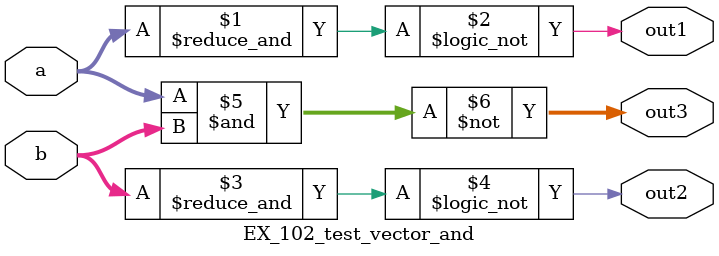
<source format=v>
`timescale 1 ns/1 ns

module EX_102_test_vector_and(a, b, out1, out2, out3);
input	[8:0]	a, b;
output		out1, out2;
output	[8:0]	out3;

wire		out1, out2;
wire	[8:0]	out3;


assign	out1 = ~&a;

assign	out2 = ~&b;

assign  out3 = ~( a & b );

endmodule

</source>
